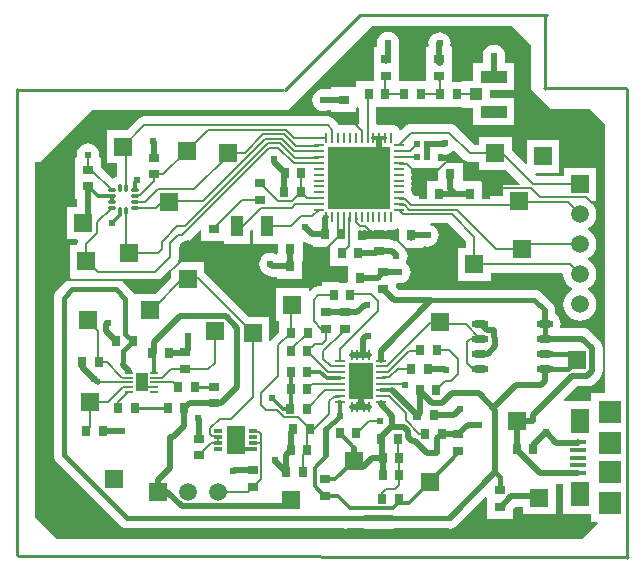
<source format=gtl>
G04 Layer_Physical_Order=1*
G04 Layer_Color=255*
%FSLAX25Y25*%
%MOIN*%
G70*
G01*
G75*
%ADD10R,0.03543X0.03150*%
%ADD11R,0.03150X0.03543*%
%ADD12R,0.04134X0.03937*%
%ADD13R,0.08661X0.04134*%
%ADD14O,0.01181X0.02953*%
%ADD15O,0.02953X0.01181*%
%ADD16O,0.05709X0.02362*%
%ADD17R,0.05315X0.01575*%
%ADD18R,0.07480X0.07480*%
%ADD19R,0.06299X0.08268*%
%ADD20R,0.08000X0.12200*%
%ADD21R,0.03347X0.01102*%
%ADD22R,0.01102X0.03347*%
%ADD23R,0.00984X0.03347*%
%ADD24R,0.02756X0.00787*%
%ADD25R,0.03937X0.06299*%
%ADD26R,0.03100X0.01200*%
%ADD27R,0.06100X0.09400*%
%ADD28R,0.03937X0.07087*%
%ADD29R,0.01968X0.01968*%
%ADD30R,0.20866X0.20866*%
%ADD31O,0.00984X0.03740*%
%ADD32O,0.03740X0.00984*%
%ADD33C,0.02000*%
%ADD34C,0.01600*%
%ADD35C,0.00800*%
%ADD36C,0.01000*%
%ADD37C,0.01800*%
%ADD38C,0.01200*%
%ADD39C,0.01201*%
%ADD40C,0.01221*%
%ADD41R,0.05905X0.05905*%
%ADD42R,0.05905X0.05905*%
%ADD43C,0.05905*%
%ADD44C,0.02400*%
G36*
X475481Y219774D02*
Y215794D01*
X474981Y215559D01*
X474270Y215854D01*
X473356Y215974D01*
X473072D01*
Y216519D01*
X464528D01*
Y215972D01*
X461956D01*
Y218953D01*
X462456Y219247D01*
X463126Y219159D01*
X463907Y219261D01*
X464110Y219345D01*
X464314Y219261D01*
X465095Y219159D01*
X465876Y219261D01*
X466079Y219345D01*
X466282Y219261D01*
X467063Y219159D01*
X467844Y219261D01*
X468047Y219345D01*
X468251Y219261D01*
X469032Y219159D01*
X469813Y219261D01*
X470016Y219345D01*
X470219Y219261D01*
X471000Y219159D01*
X471781Y219261D01*
X471984Y219345D01*
X472188Y219261D01*
X472969Y219159D01*
X473750Y219261D01*
X474477Y219563D01*
X474981Y219949D01*
X475481Y219774D01*
D02*
G37*
G36*
X409685Y219286D02*
Y215581D01*
X417110D01*
Y214557D01*
X426047D01*
Y219011D01*
X426491Y219454D01*
X426953Y219263D01*
Y214557D01*
X435269D01*
Y211572D01*
X435069D01*
Y211411D01*
X434621Y211190D01*
X434566Y211232D01*
X433666Y211605D01*
X432700Y211732D01*
X431734Y211605D01*
X430834Y211232D01*
X430061Y210639D01*
X429468Y209866D01*
X429095Y208966D01*
X428968Y208000D01*
X429095Y207034D01*
X429468Y206134D01*
X430061Y205361D01*
X430834Y204768D01*
X431087Y204663D01*
X431635Y204243D01*
X432486Y203890D01*
X433400Y203770D01*
X433400Y203770D01*
X435069D01*
Y203028D01*
X443219D01*
Y208754D01*
X443419D01*
Y215535D01*
X443881Y215727D01*
X444104Y215504D01*
X444835Y214943D01*
X445686Y214590D01*
X446600Y214470D01*
X446769D01*
Y213728D01*
X452469D01*
Y207428D01*
X458481D01*
Y201921D01*
X449763D01*
Y200622D01*
X448594D01*
X447837Y200522D01*
X447131Y200230D01*
X446525Y199765D01*
X445915Y199154D01*
X445453Y199346D01*
Y199922D01*
X434547D01*
Y189016D01*
X435569D01*
Y185262D01*
X433332Y183024D01*
X432867Y182418D01*
X432865Y182413D01*
X432365Y182513D01*
Y190453D01*
X425596D01*
X410730Y205318D01*
X410653Y205378D01*
Y208653D01*
X402202D01*
X401950Y209153D01*
X402173Y209690D01*
X402273Y210447D01*
Y213842D01*
X403109Y214678D01*
X403212D01*
X403969Y214778D01*
X404674Y215070D01*
X405280Y215535D01*
X409223Y219478D01*
X409685Y219286D01*
D02*
G37*
G36*
X399747Y206057D02*
Y203434D01*
X394466Y198153D01*
X387264D01*
X386825Y198725D01*
X383575Y201975D01*
X383623Y202312D01*
X383678Y202475D01*
X394300D01*
X395057Y202575D01*
X395762Y202867D01*
X396368Y203332D01*
X399285Y206249D01*
X399747Y206057D01*
D02*
G37*
G36*
X519500Y281100D02*
Y266200D01*
X519800D01*
X526200Y259800D01*
X539100D01*
X544200Y254700D01*
Y164898D01*
X539551D01*
Y162339D01*
X530638D01*
X530431Y162839D01*
X534862Y167270D01*
X538331D01*
X539245Y167390D01*
X540096Y167743D01*
X540827Y168304D01*
X542443Y169919D01*
X543004Y170651D01*
X543356Y171502D01*
X543477Y172416D01*
Y179978D01*
X543356Y180892D01*
X543004Y181743D01*
X542443Y182474D01*
X539224Y185693D01*
X538493Y186254D01*
X537641Y186607D01*
X536728Y186727D01*
X529621D01*
X529343Y187143D01*
X529382Y187236D01*
X529508Y188197D01*
X529382Y189158D01*
X529011Y190053D01*
X528421Y190822D01*
X527652Y191412D01*
Y192569D01*
X527532Y193482D01*
X527179Y194334D01*
X526618Y195065D01*
X526005Y195535D01*
X523115Y198425D01*
X522405Y198970D01*
X521578Y199312D01*
X520690Y199429D01*
X487066D01*
X486300Y199530D01*
X475506D01*
X474572Y200465D01*
Y201233D01*
X474582Y201264D01*
X475072Y201651D01*
X475700Y201568D01*
X476666Y201695D01*
X477566Y202068D01*
X478339Y202661D01*
X478932Y203434D01*
X479305Y204334D01*
X479432Y205300D01*
X479305Y206266D01*
X478932Y207166D01*
X478339Y207939D01*
X477650Y208467D01*
X477932Y208834D01*
X478305Y209734D01*
X478432Y210700D01*
X478305Y211666D01*
X477932Y212566D01*
X477822Y212710D01*
X477757Y212865D01*
X477669Y212980D01*
X477890Y213428D01*
X478776D01*
X479556Y213326D01*
X480336Y213428D01*
X483631D01*
Y213663D01*
X484131Y213997D01*
X484134Y213995D01*
X485100Y213868D01*
X486066Y213995D01*
X486966Y214368D01*
X487739Y214961D01*
X488332Y215734D01*
X488705Y216634D01*
X488832Y217600D01*
X488705Y218566D01*
X488332Y219466D01*
X487739Y220239D01*
X486966Y220832D01*
X486066Y221205D01*
X486175Y221675D01*
X491888D01*
X497813Y215750D01*
Y213353D01*
X495286D01*
Y202447D01*
X506191D01*
Y204975D01*
X530071D01*
X530400Y204600D01*
X530588Y203176D01*
X531137Y201850D01*
X532011Y200711D01*
X533093Y199881D01*
X533124Y199600D01*
X533093Y199319D01*
X532011Y198489D01*
X531137Y197350D01*
X530588Y196023D01*
X530400Y194600D01*
X530588Y193176D01*
X531137Y191850D01*
X532011Y190711D01*
X533150Y189837D01*
X534477Y189288D01*
X535900Y189100D01*
X537323Y189288D01*
X538650Y189837D01*
X539789Y190711D01*
X540663Y191850D01*
X541212Y193176D01*
X541400Y194600D01*
X541212Y196023D01*
X540663Y197350D01*
X539789Y198489D01*
X538707Y199319D01*
X538676Y199600D01*
X538707Y199881D01*
X539789Y200711D01*
X540663Y201850D01*
X541212Y203176D01*
X541400Y204600D01*
X541212Y206024D01*
X540663Y207350D01*
X539789Y208489D01*
X538707Y209319D01*
X538676Y209600D01*
X538707Y209881D01*
X539789Y210711D01*
X540663Y211850D01*
X541212Y213176D01*
X541400Y214600D01*
X541212Y216023D01*
X540663Y217350D01*
X539789Y218489D01*
X538707Y219319D01*
X538676Y219600D01*
X538707Y219881D01*
X539789Y220711D01*
X540663Y221850D01*
X541212Y223177D01*
X541400Y224600D01*
X541212Y226024D01*
X540663Y227350D01*
X539789Y228489D01*
X539548Y228674D01*
X539709Y229147D01*
X541353D01*
Y240053D01*
X530447D01*
Y237525D01*
X521512D01*
X521051Y237985D01*
X521243Y238447D01*
X529052D01*
Y249353D01*
X518147D01*
Y241543D01*
X517685Y241352D01*
X513091Y245946D01*
Y250376D01*
X502185D01*
Y247848D01*
X500491D01*
X494429Y253910D01*
X493823Y254375D01*
X493118Y254667D01*
X492360Y254767D01*
X479602D01*
X478845Y254667D01*
X478140Y254375D01*
X477534Y253910D01*
X476275Y252651D01*
X475685Y252768D01*
X475582Y253016D01*
X475103Y253641D01*
X474477Y254121D01*
X473750Y254422D01*
X472969Y254525D01*
X472188Y254422D01*
X471984Y254338D01*
X471781Y254422D01*
X471000Y254525D01*
X470219Y254422D01*
X470016Y254338D01*
X469813Y254422D01*
X469032Y254525D01*
X468520Y254458D01*
X468057Y254795D01*
X468020Y254868D01*
Y260386D01*
X475073D01*
Y260428D01*
X485311D01*
Y260286D01*
X496671D01*
Y260190D01*
X500411D01*
Y254284D01*
X514073D01*
Y263418D01*
X505805D01*
Y265898D01*
X514073D01*
Y275032D01*
X510772D01*
Y276296D01*
X510847Y276476D01*
X510974Y277442D01*
X510847Y278408D01*
X510474Y279308D01*
X509881Y280081D01*
X509108Y280674D01*
X508208Y281047D01*
X507242Y281174D01*
X506276Y281047D01*
X505376Y280674D01*
X504603Y280081D01*
X504010Y279308D01*
X503637Y278408D01*
X503510Y277442D01*
X503637Y276476D01*
X503712Y276296D01*
Y275032D01*
X500411D01*
Y269127D01*
X496671D01*
Y268830D01*
X493272D01*
Y272281D01*
Y280431D01*
X493121D01*
X492744Y280931D01*
X492832Y281600D01*
X492705Y282566D01*
X492332Y283466D01*
X491739Y284239D01*
X490966Y284832D01*
X490066Y285205D01*
X489100Y285332D01*
X488134Y285205D01*
X487234Y284832D01*
X486461Y284239D01*
X485868Y283466D01*
X485495Y282566D01*
X485368Y281600D01*
X485456Y280931D01*
X485100Y280458D01*
X485038Y280431D01*
X484728D01*
Y272281D01*
Y268972D01*
X475672D01*
Y272281D01*
Y280431D01*
X475672Y280431D01*
X475631Y280931D01*
X475732Y281700D01*
X475605Y282666D01*
X475232Y283566D01*
X474639Y284339D01*
X473866Y284932D01*
X472966Y285305D01*
X472000Y285432D01*
X471034Y285305D01*
X470134Y284932D01*
X469361Y284339D01*
X468768Y283566D01*
X468395Y282666D01*
X468268Y281700D01*
X468369Y280931D01*
X468091Y280512D01*
X467980Y280431D01*
X467128D01*
Y272281D01*
Y268930D01*
X461411D01*
Y267414D01*
X461372Y266931D01*
X460911Y266931D01*
X452828D01*
Y266386D01*
X450748D01*
X450400Y266432D01*
X449434Y266305D01*
X448534Y265932D01*
X447761Y265339D01*
X447168Y264566D01*
X446795Y263666D01*
X446668Y262700D01*
X446795Y261734D01*
X447168Y260834D01*
X447761Y260061D01*
X448534Y259468D01*
X449434Y259095D01*
X450400Y258968D01*
X451366Y259095D01*
X451922Y259326D01*
X452828D01*
Y258781D01*
X461372D01*
Y259903D01*
X461395Y260195D01*
X461905Y260297D01*
X462170Y260033D01*
Y254822D01*
X461670Y254458D01*
X461158Y254525D01*
X460377Y254422D01*
X460173Y254338D01*
X459970Y254422D01*
X459189Y254525D01*
X458408Y254422D01*
X458205Y254338D01*
X458002Y254422D01*
X457221Y254525D01*
X456439Y254422D01*
X456236Y254338D01*
X456033Y254422D01*
X455629Y254475D01*
X455352Y254837D01*
X453821Y256368D01*
X453215Y256833D01*
X452509Y257125D01*
X451752Y257225D01*
X390700D01*
X389943Y257125D01*
X389237Y256833D01*
X388632Y256368D01*
X384916Y252653D01*
X378147D01*
Y241747D01*
X381746D01*
Y237315D01*
X381144Y237066D01*
X380498Y236570D01*
X380039Y236540D01*
X376172Y240407D01*
Y243531D01*
X376009D01*
X375570Y244031D01*
X375632Y244500D01*
X375505Y245466D01*
X375132Y246366D01*
X374539Y247139D01*
X373766Y247732D01*
X372866Y248105D01*
X371900Y248232D01*
X370934Y248105D01*
X370034Y247732D01*
X369261Y247139D01*
X368668Y246366D01*
X368295Y245466D01*
X368168Y244500D01*
X368230Y244031D01*
X367791Y243531D01*
X367628D01*
Y235381D01*
Y229869D01*
X368370D01*
Y227175D01*
X364930D01*
Y216270D01*
X368255D01*
X368589Y215770D01*
X368475Y215494D01*
X368375Y214737D01*
Y214363D01*
X365847D01*
Y203458D01*
X366124D01*
X366157Y202958D01*
X365812Y202912D01*
X364985Y202570D01*
X364275Y202025D01*
X361475Y199225D01*
X360930Y198515D01*
X360588Y197688D01*
X360471Y196800D01*
Y144400D01*
X360588Y143512D01*
X360930Y142685D01*
X361475Y141975D01*
X382475Y120975D01*
X383185Y120430D01*
X384012Y120088D01*
X384900Y119971D01*
X456701D01*
X456788Y119935D01*
X457676Y119818D01*
X458563Y119935D01*
X458650Y119971D01*
X463421D01*
X464187Y119870D01*
X473382D01*
X474148Y119971D01*
X491768D01*
X492534Y119870D01*
X493448Y119990D01*
X494299Y120343D01*
X495030Y120904D01*
X504466Y130340D01*
X504928Y130149D01*
Y128581D01*
Y123069D01*
X513472D01*
Y126184D01*
X514357Y127070D01*
X516847D01*
Y124747D01*
X527753D01*
Y134823D01*
X530102D01*
Y124661D01*
X539551D01*
Y122102D01*
X541649D01*
X541841Y121641D01*
X536700Y116500D01*
X361500D01*
X354400Y123600D01*
Y242200D01*
X356200D01*
X373400Y259400D01*
X438800D01*
X466700Y287300D01*
X513300D01*
X519500Y281100D01*
D02*
G37*
G36*
X497211Y242855D02*
X497817Y242390D01*
X498522Y242098D01*
X499279Y241998D01*
X502185D01*
Y239471D01*
X511293D01*
X515887Y234876D01*
X515696Y234414D01*
X510247D01*
Y230625D01*
X503219D01*
Y235772D01*
X496775D01*
Y242472D01*
X488625D01*
X488499Y242919D01*
Y243329D01*
X488545Y243678D01*
Y244675D01*
X489811D01*
X489903Y244637D01*
X490869Y244510D01*
X491835Y244637D01*
X492735Y245010D01*
X493508Y245603D01*
X493692Y245842D01*
X494191Y245875D01*
X497211Y242855D01*
D02*
G37*
G36*
X488499Y240194D02*
X488625Y239746D01*
Y235772D01*
X484937D01*
Y230625D01*
X480707D01*
X479777Y231555D01*
X479825Y231921D01*
X479722Y232702D01*
X479638Y232905D01*
X479722Y233108D01*
X479825Y233889D01*
X479722Y234670D01*
X479638Y234873D01*
X479722Y235076D01*
X479825Y235858D01*
X479722Y236639D01*
X479638Y236842D01*
X479722Y237045D01*
X479825Y237826D01*
X479722Y238607D01*
X479638Y238810D01*
X479722Y239014D01*
X479825Y239795D01*
X479822Y239818D01*
X480152Y240194D01*
X484666D01*
X485015Y240148D01*
X485364Y240194D01*
X488499D01*
D02*
G37*
D10*
X509200Y132656D02*
D03*
Y127144D02*
D03*
X408900Y149756D02*
D03*
Y144244D02*
D03*
X404319Y173144D02*
D03*
Y178656D02*
D03*
X371900Y239456D02*
D03*
Y233944D02*
D03*
X470300Y205256D02*
D03*
Y199744D02*
D03*
X468800Y217956D02*
D03*
Y212444D02*
D03*
X471400Y270844D02*
D03*
Y276356D02*
D03*
X429342Y229438D02*
D03*
Y234949D02*
D03*
X393900Y237944D02*
D03*
Y243456D02*
D03*
X413957Y219656D02*
D03*
Y214144D02*
D03*
X457100Y257344D02*
D03*
Y262856D02*
D03*
X413800Y167128D02*
D03*
Y161616D02*
D03*
X489000Y270844D02*
D03*
Y276356D02*
D03*
X450900Y130744D02*
D03*
Y136256D02*
D03*
X495400Y145744D02*
D03*
Y151256D02*
D03*
X426800Y139256D02*
D03*
Y133744D02*
D03*
X451200Y192056D02*
D03*
Y186544D02*
D03*
X457500Y192056D02*
D03*
Y186544D02*
D03*
D11*
X485256Y173000D02*
D03*
X479744D02*
D03*
X482644Y179400D02*
D03*
X488156D02*
D03*
X483500Y231500D02*
D03*
X489012D02*
D03*
X398791Y178444D02*
D03*
X393279D02*
D03*
X381344Y182300D02*
D03*
X386856D02*
D03*
X488050Y166097D02*
D03*
X482538D02*
D03*
X514844Y146400D02*
D03*
X520356D02*
D03*
X445156Y185200D02*
D03*
X439644D02*
D03*
X439538Y178897D02*
D03*
X445050D02*
D03*
X453838Y197649D02*
D03*
X459349D02*
D03*
X457044Y203375D02*
D03*
X462556D02*
D03*
X456544Y211700D02*
D03*
X462056D02*
D03*
X444856Y213025D02*
D03*
X439344D02*
D03*
X444656Y207300D02*
D03*
X439144D02*
D03*
X456356Y218000D02*
D03*
X450844D02*
D03*
X474044Y217700D02*
D03*
X479556D02*
D03*
X442898Y231942D02*
D03*
X437386D02*
D03*
X504656Y231500D02*
D03*
X499144D02*
D03*
X487188Y238200D02*
D03*
X492700D02*
D03*
X470998Y264658D02*
D03*
X465486D02*
D03*
X443056Y238500D02*
D03*
X437544D02*
D03*
X402044Y166931D02*
D03*
X407556D02*
D03*
X404056Y159944D02*
D03*
X398544D02*
D03*
X376756Y152500D02*
D03*
X371244D02*
D03*
X370044Y175444D02*
D03*
X375556D02*
D03*
X382044Y159944D02*
D03*
X387556D02*
D03*
X475656Y137600D02*
D03*
X470144D02*
D03*
X455844Y151800D02*
D03*
X461356D02*
D03*
X437944Y138600D02*
D03*
X443456D02*
D03*
X439444Y145900D02*
D03*
X444956D02*
D03*
X440244Y153000D02*
D03*
X445756D02*
D03*
X489386Y264558D02*
D03*
X494898D02*
D03*
X482856Y264700D02*
D03*
X477344D02*
D03*
X475256Y149800D02*
D03*
X469744D02*
D03*
X475656Y143400D02*
D03*
X470144D02*
D03*
X489756Y151500D02*
D03*
X484244D02*
D03*
X487250Y157597D02*
D03*
X481738D02*
D03*
X439244Y159800D02*
D03*
X444756D02*
D03*
X470044Y129800D02*
D03*
X475556D02*
D03*
X439444Y172200D02*
D03*
X444956D02*
D03*
X439444Y166474D02*
D03*
X444956D02*
D03*
D12*
X501238Y264658D02*
D03*
D13*
X507242Y270465D02*
D03*
Y258851D02*
D03*
D14*
X384671Y225803D02*
D03*
X382702D02*
D03*
Y233480D02*
D03*
X384671D02*
D03*
D15*
X379848Y226689D02*
D03*
Y228658D02*
D03*
Y230626D02*
D03*
Y232595D02*
D03*
X387525D02*
D03*
Y230626D02*
D03*
Y228658D02*
D03*
Y226689D02*
D03*
D16*
X502665Y188197D02*
D03*
Y183197D02*
D03*
Y178197D02*
D03*
Y173197D02*
D03*
X524122Y188197D02*
D03*
Y183197D02*
D03*
Y178197D02*
D03*
Y173197D02*
D03*
D17*
X535358Y138382D02*
D03*
Y140941D02*
D03*
Y143500D02*
D03*
Y146059D02*
D03*
Y148618D02*
D03*
D18*
X545791Y138776D02*
D03*
Y148224D02*
D03*
Y128343D02*
D03*
Y158657D02*
D03*
D19*
X535752Y131295D02*
D03*
Y155705D02*
D03*
D20*
X462794Y168997D02*
D03*
D21*
X455917Y162100D02*
D03*
Y175880D02*
D03*
Y164068D02*
D03*
Y166037D02*
D03*
Y168006D02*
D03*
Y169974D02*
D03*
Y171942D02*
D03*
Y173911D02*
D03*
X469500Y162100D02*
D03*
Y175880D02*
D03*
Y164068D02*
D03*
Y166037D02*
D03*
Y168006D02*
D03*
Y169974D02*
D03*
Y171942D02*
D03*
Y173911D02*
D03*
D22*
X459772Y160242D02*
D03*
X465665D02*
D03*
X459752Y177750D02*
D03*
X465658D02*
D03*
D23*
X461694Y160297D02*
D03*
X463794D02*
D03*
X463694Y177797D02*
D03*
X461694D02*
D03*
D24*
X385666Y171734D02*
D03*
Y170160D02*
D03*
Y168585D02*
D03*
Y167010D02*
D03*
Y165435D02*
D03*
X393934D02*
D03*
Y167010D02*
D03*
Y168585D02*
D03*
Y170160D02*
D03*
Y171734D02*
D03*
D25*
X389800Y168585D02*
D03*
D26*
X415300Y152300D02*
D03*
Y150300D02*
D03*
Y148300D02*
D03*
Y146300D02*
D03*
X426900D02*
D03*
Y148300D02*
D03*
Y150300D02*
D03*
Y152300D02*
D03*
D27*
X421100Y149300D02*
D03*
D28*
X431421Y220600D02*
D03*
X421579D02*
D03*
D29*
X485015Y248206D02*
D03*
Y243678D02*
D03*
X481669Y248206D02*
D03*
Y243678D02*
D03*
D30*
X462142Y236842D02*
D03*
D31*
X472969Y223554D02*
D03*
X471000D02*
D03*
X469032D02*
D03*
X467063D02*
D03*
X465095D02*
D03*
X463126D02*
D03*
X461158D02*
D03*
X459189D02*
D03*
X457221D02*
D03*
X455252D02*
D03*
X453284D02*
D03*
X451315D02*
D03*
Y250129D02*
D03*
X453284D02*
D03*
X455252D02*
D03*
X457221D02*
D03*
X459189D02*
D03*
X461158D02*
D03*
X463126D02*
D03*
X465095D02*
D03*
X467063D02*
D03*
X469032D02*
D03*
X471000D02*
D03*
X472969D02*
D03*
D32*
X448854Y226015D02*
D03*
Y227983D02*
D03*
Y229952D02*
D03*
Y231921D02*
D03*
Y233889D02*
D03*
Y235858D02*
D03*
Y237826D02*
D03*
Y239795D02*
D03*
Y241763D02*
D03*
Y243732D02*
D03*
Y245700D02*
D03*
Y247669D02*
D03*
X475429D02*
D03*
Y245700D02*
D03*
Y243732D02*
D03*
Y241763D02*
D03*
Y239795D02*
D03*
Y237826D02*
D03*
Y235858D02*
D03*
Y233889D02*
D03*
Y231921D02*
D03*
Y229952D02*
D03*
Y227983D02*
D03*
Y226015D02*
D03*
D33*
X521900Y130600D02*
X522300Y130200D01*
X512895Y130600D02*
X521900D01*
X509439Y127144D02*
X512895Y130600D01*
X509200Y127144D02*
X509439D01*
X531486Y138354D02*
X531515Y138382D01*
X535358D01*
X531968Y148518D02*
X531997Y148546D01*
X535286D01*
X535358Y148618D01*
X474044Y196000D02*
X486300D01*
X470300Y199744D02*
X474044Y196000D01*
X417351Y127247D02*
X417404Y127300D01*
X403249Y127247D02*
X417351D01*
X398296Y132200D02*
X403249Y127247D01*
X395300Y132200D02*
X398296D01*
X395300D02*
Y136200D01*
X402553Y190553D02*
X417881D01*
X421700Y186734D01*
X444300Y220300D02*
X446600Y218000D01*
X450844D01*
Y223307D02*
X451091Y223554D01*
X450844Y218000D02*
Y223307D01*
X433900Y242144D02*
Y243200D01*
Y242144D02*
X437544Y238500D01*
X472000Y276412D02*
Y281700D01*
X471200Y275612D02*
X472000Y276412D01*
X432700Y208000D02*
X433400Y207300D01*
X439144D01*
X439344Y207500D01*
Y213025D01*
X468419Y203375D02*
X470300Y205256D01*
X462556Y203375D02*
X468419D01*
X475656Y205256D02*
X475700Y205300D01*
X470300Y205256D02*
X475656D01*
X479556Y217700D02*
X485000D01*
X485100Y217600D01*
X502665Y188197D02*
X504784Y186078D01*
X507220D01*
Y183642D02*
Y186078D01*
Y183642D02*
X507500Y183362D01*
Y180600D02*
Y183362D01*
X505097Y178197D02*
X507500Y180600D01*
X502665Y178197D02*
X505097D01*
X469500Y176162D02*
Y179200D01*
X486300Y196000D01*
X437386Y238342D02*
X437544Y238500D01*
X437386Y231942D02*
Y238342D01*
X507242Y270465D02*
Y277442D01*
X489058Y274998D02*
X489572Y275512D01*
X437386Y231942D02*
X437586Y232142D01*
X370044Y173656D02*
X373900Y169800D01*
X376756Y152500D02*
X383100D01*
X383100Y152500D01*
X399556Y178444D02*
X404988D01*
X370044Y173656D02*
Y175444D01*
X482538Y165858D02*
X486599Y161797D01*
X482538Y158397D02*
Y165858D01*
Y166097D01*
X394044Y178444D02*
Y182044D01*
X421700Y167200D02*
Y186734D01*
X416188Y161688D02*
X421700Y167200D01*
X404056Y154056D02*
Y159944D01*
X400400Y150400D02*
X404056Y154056D01*
X399100Y150400D02*
X400400D01*
X399100Y140000D02*
Y150400D01*
X395300Y136200D02*
X399100Y140000D01*
X524122Y188197D02*
Y192569D01*
X486599Y161797D02*
X490057D01*
X524122Y183197D02*
X536728D01*
X539947Y179978D01*
X522652Y138354D02*
X531486D01*
X522800Y167600D02*
X524122Y168922D01*
Y173197D01*
X533400Y170800D02*
X538331D01*
X539947Y172416D01*
Y179978D01*
X527982Y148518D02*
X531968D01*
X524600Y151900D02*
X527982Y148518D01*
X455838Y151558D02*
Y151797D01*
X470138Y137606D02*
X470144Y137600D01*
X460669Y142528D02*
Y146727D01*
X481738Y157597D02*
X482538Y158397D01*
X480969Y149024D02*
X484894Y145100D01*
X488244D01*
Y149988D01*
X489756Y151500D01*
X393934Y178334D02*
X394044Y178444D01*
X413788Y161700D02*
X413800Y161688D01*
X405812Y161700D02*
X413788D01*
X404056Y159944D02*
X405812Y161700D01*
X490869Y248242D02*
X490906Y248206D01*
X479556Y216856D02*
Y217700D01*
X413800Y161688D02*
X416188D01*
X463704Y140344D02*
X466685Y143325D01*
X485015Y248206D02*
X490906D01*
X462794Y168997D02*
X465658Y171861D01*
X463741Y177750D02*
X465658D01*
X463694Y177797D02*
X463741Y177750D01*
X461694Y177797D02*
X463694D01*
X459799D02*
X461694D01*
X459752Y177750D02*
X459799Y177797D01*
X463849Y160242D02*
X465665D01*
X463794Y160297D02*
X463849Y160242D01*
X461694Y160297D02*
X463794D01*
X459827D02*
X461694D01*
X459772Y160242D02*
X459827Y160297D01*
X371900Y223240D02*
Y233944D01*
X370382Y221723D02*
X371900Y223240D01*
X485015Y243678D02*
Y248206D01*
X462142Y236842D02*
Y241173D01*
Y236842D02*
X466473Y241173D01*
X469032Y243732D01*
Y250129D01*
X450556Y262856D02*
X457100D01*
X450400Y262700D02*
X450556Y262856D01*
X463694Y177797D02*
Y183106D01*
X464587Y184000D01*
X465300D01*
X462794Y161297D02*
X463794Y160297D01*
X462794Y161297D02*
Y168997D01*
X473300Y153960D02*
Y157440D01*
X469500Y161240D02*
X473300Y157440D01*
X469500Y161240D02*
Y161817D01*
X408900Y149756D02*
Y156400D01*
X408700Y156600D02*
X408900Y156400D01*
X420656Y139256D02*
X426800D01*
X420400Y139000D02*
X420656Y139256D01*
X507548Y160648D02*
X514500Y167600D01*
X522800D01*
X507700Y138566D02*
Y159500D01*
X502300Y164900D02*
X507700Y159500D01*
X490057Y161797D02*
X493160Y164900D01*
X502300D01*
X487250Y157597D02*
X493897D01*
X495900Y159600D01*
X498644Y154500D02*
X502100D01*
X495400Y151256D02*
X498644Y154500D01*
X490000Y151256D02*
X495400D01*
X489756Y151500D02*
X490000Y151256D01*
X451400Y143894D02*
Y152965D01*
X450661Y130744D02*
X450900D01*
X383556Y174364D02*
Y174723D01*
Y174364D02*
X385660Y172260D01*
X492534Y123400D02*
X507700Y138566D01*
X464187Y123400D02*
X473382D01*
X469838Y143697D02*
X470138Y143997D01*
X469466Y143325D02*
X469838Y143697D01*
X466685Y143325D02*
X469466D01*
X470138Y137606D02*
Y143997D01*
X479876Y149024D02*
X480969D01*
X478531Y150369D02*
Y152276D01*
Y150369D02*
X479876Y149024D01*
X477207Y153600D02*
X478531Y152276D01*
X473500Y153600D02*
X477207D01*
X469744Y149800D02*
Y150405D01*
X473300Y153960D01*
X469838Y143697D02*
Y149938D01*
X489058Y274998D02*
Y281558D01*
X489100Y281600D01*
X378044Y188044D02*
X378500Y188500D01*
X378044Y185600D02*
Y188044D01*
Y185600D02*
X381344Y182300D01*
X394044Y182044D02*
X402553Y190553D01*
X405200Y182100D02*
X405200Y182100D01*
X405200Y179537D02*
Y184000D01*
X404319Y178656D02*
X405200Y179537D01*
X417404Y127300D02*
X437469D01*
X439500Y129331D01*
X434100Y142444D02*
X437944Y138600D01*
X434100Y142444D02*
Y142800D01*
X439444Y145900D02*
Y152200D01*
X440244Y153000D01*
X437944Y144400D02*
X439444Y145900D01*
X437944Y138600D02*
Y144400D01*
X451994Y192053D02*
X452094Y191953D01*
X461650D01*
X464097Y194400D01*
X464900D01*
X473298Y166037D02*
X481738Y157597D01*
X485256Y173000D02*
X491000D01*
X491400Y172600D01*
X514844Y146161D02*
X522652Y138354D01*
X514844Y146161D02*
Y146400D01*
Y155544D01*
X515000Y155700D01*
X520244D02*
Y157644D01*
X533400Y170800D01*
X515000Y155700D02*
X520244D01*
X520356Y146400D02*
Y147656D01*
X524600Y151900D01*
X489012Y231500D02*
X494200D01*
X494200Y231500D02*
X498644D01*
X494200Y231500D02*
X494200Y231500D01*
X492700Y233000D02*
Y238200D01*
Y233000D02*
X494200Y231500D01*
X468800Y212444D02*
X473356D01*
X474700Y210700D02*
Y211100D01*
X473356Y212444D02*
X474700Y211100D01*
X462056Y211700D02*
X468056D01*
X468800Y212444D01*
X393600Y248900D02*
X393900Y248600D01*
Y243456D02*
Y248600D01*
X373900Y169800D02*
X375115Y168585D01*
D34*
X507700Y138566D02*
X509200Y137066D01*
Y132656D02*
Y137066D01*
X383556Y174723D02*
Y179000D01*
X386856Y182300D01*
D35*
X382044Y162172D02*
X385307Y165435D01*
X385666D01*
X383069Y170519D02*
X383428Y170160D01*
X385666D01*
X415300Y132200D02*
X425256D01*
X426200Y185200D02*
X426900Y184500D01*
X412044Y173144D02*
X414100Y175200D01*
Y185600D01*
X426900Y163800D02*
Y184500D01*
X461158Y223554D02*
X461534Y223178D01*
X462466Y220584D02*
X464128D01*
X456544Y211700D02*
X459031Y214187D01*
Y223396D02*
X459189Y223554D01*
X445328Y206628D02*
X457700D01*
X444656Y207300D02*
X445328Y206628D01*
X444856Y207500D02*
Y213025D01*
X444656Y207300D02*
X444856Y207500D01*
X445225Y203375D02*
X457044D01*
X444656Y203944D02*
X445225Y203375D01*
X444656Y203944D02*
Y207300D01*
X444856Y213025D02*
X451381D01*
X456356Y218000D01*
X455252Y219104D02*
X456356Y218000D01*
X455252Y219104D02*
Y223554D01*
X457221Y218865D02*
Y223554D01*
X456356Y218000D02*
X457221Y218865D01*
X469631Y168137D02*
X477163D01*
X469500Y168006D02*
X469631Y168137D01*
X429600Y148700D02*
Y151306D01*
X489300Y188600D02*
X489800Y188100D01*
X497762D01*
X442898Y238342D02*
X443056Y238500D01*
X442898Y231942D02*
Y238342D01*
X473788Y217956D02*
X474044Y217700D01*
X468800Y217956D02*
X473788D01*
X475806Y229576D02*
X477619D01*
X475429Y229952D02*
X475806Y229576D01*
X475806Y227607D02*
X477467D01*
X475429Y227984D02*
X475806Y227607D01*
X482856Y264700D02*
X482998Y264558D01*
X489386D01*
X471200Y270100D02*
X471544Y269756D01*
X470998Y264658D02*
X471040Y264700D01*
X477344D01*
X430086Y234098D02*
X435142Y229042D01*
X442898Y231942D02*
X444888Y229952D01*
X435142Y229042D02*
X439998D01*
X481615Y243732D02*
X481669Y243678D01*
X475429Y245700D02*
Y246076D01*
X378144Y175444D02*
X383069Y170519D01*
X382044Y159944D02*
Y162172D01*
X447094Y188897D02*
Y196197D01*
X459349Y197697D02*
X459850Y198197D01*
X497762Y188100D02*
X502665Y183197D01*
X499094D02*
X502665D01*
X498094Y182197D02*
X499094Y183197D01*
X498094Y175197D02*
Y182197D01*
Y175197D02*
X500094Y173197D01*
X502665D01*
X371800Y189300D02*
X375369Y185731D01*
X489058Y269486D02*
X489114Y269542D01*
X372600Y153856D02*
Y162100D01*
X371244Y152500D02*
X372600Y153856D01*
X494898Y264558D02*
X501138D01*
X501238Y264658D01*
X444888Y229952D02*
X448854D01*
X439998Y229042D02*
X442898Y231942D01*
X448594Y197697D02*
X453838D01*
X375556Y175444D02*
X378144D01*
X375369D02*
X375556D01*
X475350Y144297D02*
X475650Y143997D01*
X475350Y144297D02*
Y148997D01*
X461356Y151800D02*
X461700D01*
X475650Y134450D02*
Y143997D01*
X482400Y151500D02*
X484244D01*
X478000Y155900D02*
X482400Y151500D01*
X478000Y155900D02*
Y158365D01*
X472296Y164068D02*
X478000Y158365D01*
X469500Y164068D02*
X472296D01*
X447094Y196197D02*
X448594Y197697D01*
X455600Y163751D02*
X455917Y164068D01*
X453789Y163751D02*
X455600D01*
X452317Y162280D02*
X453789Y163751D01*
X447200Y153000D02*
X452317Y158117D01*
Y162280D01*
X415244Y148244D02*
X415300Y148300D01*
Y150300D01*
X426900Y152300D02*
X427200Y152000D01*
X428906D01*
X429600Y151306D01*
X426900Y148300D02*
X429200D01*
X429600Y148700D01*
X415300Y150300D02*
Y150600D01*
X412650Y151244D02*
X413294Y150600D01*
X412650Y151244D02*
Y153356D01*
X475429Y226015D02*
X476844Y224600D01*
X477467Y227607D02*
X478874Y226200D01*
X477619Y229576D02*
X479495Y227700D01*
X476844Y224600D02*
X493100D01*
X478874Y226200D02*
X494800D01*
X375369Y175444D02*
Y185731D01*
X445156Y185200D02*
X446138Y184218D01*
X439644Y185200D02*
Y194113D01*
X440000Y194469D01*
X439538Y179582D02*
X445156Y185200D01*
X435400Y170591D02*
Y180956D01*
X429700Y164891D02*
X435400Y170591D01*
Y180956D02*
X439644Y185200D01*
X413294Y150600D02*
X415300D01*
X429700Y160900D02*
Y164891D01*
Y160900D02*
X431300Y159300D01*
X429342Y234098D02*
X430086D01*
X456794Y185394D02*
Y186441D01*
X450400Y179000D02*
X456794Y185394D01*
X450400Y176400D02*
Y179000D01*
X383610Y167010D02*
X385666D01*
X378700Y162100D02*
X383610Y167010D01*
X372600Y162100D02*
X378700D01*
X399500Y173144D02*
X412044D01*
X393934Y170160D02*
X396516D01*
X399500Y173144D01*
X400391Y168585D02*
X402044Y166931D01*
X461158Y221893D02*
X462466Y220584D01*
X461158Y221893D02*
Y223554D01*
X423349Y229438D02*
X429342D01*
X413900Y219989D02*
X423349Y229438D01*
X413900Y219656D02*
Y219989D01*
X431421Y220600D02*
X439509D01*
X442809Y223900D01*
X446739D01*
X448854Y226015D01*
X421579Y220600D02*
X423500D01*
X429663Y226763D01*
X439840D01*
X441061Y227984D01*
X448854D01*
X431787Y248300D02*
X436013D01*
X440957Y243355D01*
X448478D01*
X448854Y243732D01*
X440734Y245700D02*
X448854D01*
X436634Y249800D02*
X440734Y245700D01*
X431000Y249800D02*
X436634D01*
X430379Y251300D02*
X437255D01*
X441263Y247292D01*
X448478D01*
X448854Y247669D01*
X440428Y241763D02*
X448854D01*
X435391Y246800D02*
X440428Y241763D01*
X432409Y246800D02*
X435391D01*
X403700Y203250D02*
X408662D01*
X426912Y185000D01*
X393150Y192700D02*
X403700Y203250D01*
X371300Y209211D02*
Y214737D01*
X375053Y218490D01*
X371300Y209211D02*
X375111Y205400D01*
X401897Y217603D02*
X403212D01*
X399347Y215053D02*
X401897Y217603D01*
X399347Y210447D02*
Y215053D01*
X394300Y205400D02*
X399347Y210447D01*
X375111Y205400D02*
X394300D01*
X401706Y220706D02*
X404194D01*
X405200Y213200D02*
X413013D01*
X413957Y214144D01*
X403700Y213400D02*
X404444Y214144D01*
X392500Y192700D02*
X393150D01*
X375053Y221894D02*
X379848Y226689D01*
X375053Y218490D02*
Y221894D01*
X384671Y212741D02*
Y225803D01*
Y212741D02*
X385600Y211811D01*
X395311D01*
X396500Y213000D01*
Y215500D01*
X401706Y220706D01*
X398800Y228700D02*
X399150Y229050D01*
X396700Y228700D02*
X398800D01*
X394689Y226689D02*
X396700Y228700D01*
X387525Y226689D02*
X394689D01*
X403212Y217603D02*
X432409Y246800D01*
X404194Y220706D02*
X431787Y248300D01*
X410250Y229050D02*
X431000Y249800D01*
X399150Y229050D02*
X410250D01*
X387525Y228658D02*
X390872D01*
X395267Y233053D01*
X407400D01*
X387525Y230626D02*
X387803Y230904D01*
X389111D01*
X393900Y235693D01*
Y237944D01*
X372986Y239456D02*
X379848Y232595D01*
X371900Y239456D02*
X372986D01*
X384671Y233480D02*
Y246129D01*
X383600Y247200D02*
X384671Y246129D01*
X407400Y233053D02*
X418512Y244165D01*
Y245200D01*
X424279D02*
X430379Y251300D01*
X418512Y245200D02*
X424279D01*
X437876Y252800D02*
X440547Y250129D01*
X411800Y252800D02*
X437876D01*
X404800Y245800D02*
X411800Y252800D01*
X440547Y250129D02*
X451315D01*
X396944Y237944D02*
X404800Y245800D01*
X393900Y237944D02*
X396944D01*
X453284Y250129D02*
Y252769D01*
X451752Y254300D02*
X453284Y252769D01*
X390700Y254300D02*
X451752D01*
X383600Y247200D02*
X390700Y254300D01*
X371900Y239456D02*
Y244500D01*
X459031Y214187D02*
Y223396D01*
X464128Y220584D02*
X466756Y217956D01*
X468800D01*
X493100Y224600D02*
X500738Y216962D01*
Y207900D02*
Y216962D01*
Y207900D02*
X532600D01*
X535900Y204600D01*
X518300Y214600D02*
X535900D01*
X516700Y213000D02*
X518300Y214600D01*
X508000Y213000D02*
X516700D01*
X494800Y226200D02*
X508000Y213000D01*
X479495Y227700D02*
X514438D01*
X515700Y228962D01*
X475429Y245700D02*
X479163D01*
X481669Y248206D01*
X520300Y234600D02*
X535900D01*
X475429Y243732D02*
X481615D01*
X492360Y251842D02*
X499279Y244923D01*
X507638D01*
X509977D01*
X520300Y234600D01*
X531753Y228747D02*
X535900Y224600D01*
X515700Y228962D02*
X515914Y228747D01*
X531753D01*
X538031Y230247D02*
X539789Y228489D01*
X522531Y230247D02*
X538031D01*
X519464Y233314D02*
X522531Y230247D01*
X505970Y233314D02*
X519464D01*
X474044Y216456D02*
X474600Y215900D01*
X474044Y216456D02*
Y217700D01*
X360500Y202700D02*
X396400D01*
X403200Y209500D01*
X463126Y250129D02*
Y252418D01*
X470998Y264658D02*
Y269898D01*
X471200Y270100D01*
X489386Y264558D02*
Y269158D01*
X489058Y269486D02*
X489386Y269158D01*
X458200Y257344D02*
X463126Y252418D01*
X457100Y257344D02*
X458200D01*
X465095Y250129D02*
Y264361D01*
X465439Y264705D02*
X465486Y264658D01*
X465095Y264361D02*
X465439Y264705D01*
X465600Y155700D02*
X469100D01*
X461700Y151800D02*
X465600Y155700D01*
X412650Y153356D02*
X415794Y156500D01*
X419600D01*
X426900Y163800D01*
X408900Y144244D02*
X409044D01*
X413044Y148244D01*
X415244D01*
X470044Y128500D02*
Y131744D01*
X471300Y133000D01*
X474200D01*
X475650Y134450D01*
X447094Y188897D02*
X449446Y186544D01*
X451200D01*
X445050Y178897D02*
X447553Y181400D01*
X449800D01*
X451200Y182800D01*
Y186544D01*
X450400Y176400D02*
X452889Y173911D01*
X455917D01*
X445050Y178897D02*
X452004Y171942D01*
X455917D01*
X429600Y137154D02*
X429672Y137225D01*
Y141286D01*
X429600Y141358D02*
X429672Y141286D01*
X429600Y141358D02*
Y148700D01*
X425256Y132200D02*
X426800Y133744D01*
X429600Y136544D01*
Y137154D01*
X443456Y138600D02*
Y144400D01*
X444956Y145900D01*
Y152200D01*
X445756Y153000D01*
X447200D01*
X441827Y156928D02*
X445756Y153000D01*
X437214Y156928D02*
X441827D01*
X434842Y159300D02*
X437214Y156928D01*
X431300Y159300D02*
X434842D01*
X444756Y159800D02*
X450993Y166037D01*
X455917D01*
X446487Y168006D02*
X455917D01*
X444956Y166474D02*
X446487Y168006D01*
X455917Y175880D02*
Y179717D01*
X468600Y192400D01*
X466194Y198197D02*
X468600Y195791D01*
X459850Y198197D02*
X466194D01*
X468600Y192400D02*
Y195791D01*
X486400Y188600D02*
X489300D01*
X469500Y171942D02*
X471943D01*
X479000Y179000D02*
X482244D01*
X482644Y179400D01*
X469500Y173911D02*
X471711D01*
X486400Y188600D01*
X471943Y171942D02*
X479000Y179000D01*
X477600Y167700D02*
Y168130D01*
X477163Y168137D02*
X477600Y167700D01*
X475121Y173000D02*
X479744D01*
X472413Y170291D02*
X475121Y173000D01*
X469817Y170291D02*
X472413D01*
X469500Y169974D02*
X469817Y170291D01*
X488156Y179400D02*
X492300D01*
X495200Y176500D01*
Y171309D02*
Y176500D01*
X492891Y169000D02*
X495200Y171309D01*
X490953Y169000D02*
X492891D01*
X488050Y166097D02*
X490953Y169000D01*
X504156Y231500D02*
X505970Y233314D01*
X504156Y231500D02*
Y234844D01*
X496900Y242100D02*
X504156Y234844D01*
X491088Y242100D02*
X496900D01*
X487188Y238200D02*
X491088Y242100D01*
X481586Y238200D02*
X487188D01*
X478399Y241387D02*
X481586Y238200D01*
X475806Y241387D02*
X478399D01*
X475429Y241763D02*
X475806Y241387D01*
X483500Y231500D02*
Y236286D01*
X481586Y238200D02*
X483500Y236286D01*
X477800Y212700D02*
Y213091D01*
X474600Y215900D02*
X474991D01*
X477800Y213091D01*
X475429Y247669D02*
X479602Y251842D01*
X492360D01*
X393934Y168585D02*
X400391D01*
X375115D02*
X385666D01*
X391375Y167010D02*
X393934D01*
D36*
X387556Y159944D02*
Y159944D01*
X407556Y166944D02*
X407812Y167200D01*
X399556Y178444D02*
Y178444D01*
X387556Y159944D02*
X398544D01*
X407812Y167200D02*
X413800D01*
X389800Y168585D02*
X391375Y167010D01*
X437600Y266200D02*
X462500Y291100D01*
X463000D02*
X524900D01*
X524400Y266400D02*
Y290500D01*
X524000Y266600D02*
X551400D01*
X551700Y110100D02*
Y266500D01*
X348500Y110801D02*
X551800Y110400D01*
X348300Y111000D02*
Y266400D01*
X348200Y266000D02*
X436800D01*
D37*
X524122Y183197D02*
Y188197D01*
Y178197D02*
X532994D01*
X534994Y176197D01*
X531994Y173197D02*
X534994Y176197D01*
X384400Y184756D02*
Y196300D01*
X381100Y199600D02*
X384400Y196300D01*
X366700Y199600D02*
X381100D01*
X363900Y196800D02*
X366700Y199600D01*
X363900Y144400D02*
Y196800D01*
X486300Y196000D02*
X520690D01*
X524122Y192569D01*
Y173197D02*
X531994D01*
X457676Y123247D02*
X457728Y123300D01*
X451400Y152965D02*
X455917Y157483D01*
X363900Y144400D02*
X384900Y123400D01*
X473382D02*
X492534D01*
X384900D02*
X464187D01*
X384400Y184756D02*
X386856Y182300D01*
D38*
X455838Y151558D02*
X460669Y146727D01*
X424100Y146300D02*
X426900D01*
X450900Y136256D02*
X454396D01*
X460669Y142528D01*
X421100Y149300D02*
X424100Y146300D01*
X379848Y228658D02*
Y230626D01*
X375218D02*
X379848D01*
X371900Y233944D02*
X375218Y230626D01*
X382702Y224302D02*
Y225803D01*
X380000Y221600D02*
X382702Y224302D01*
X387525Y232595D02*
Y235325D01*
X388400Y236200D01*
X467063Y250129D02*
X469032D01*
X470777D01*
X455917Y157483D02*
Y158820D01*
X447428Y139922D02*
X451400Y143894D01*
X447428Y133977D02*
X450661Y130744D01*
X447428Y133977D02*
Y139922D01*
X455917Y158820D02*
X455917Y158820D01*
X455917Y158820D02*
Y162051D01*
X455600D02*
X455917D01*
X495400Y144900D02*
Y145744D01*
X486000Y135500D02*
X495400Y144900D01*
X479000Y128500D02*
X486000Y135500D01*
X450900Y130744D02*
X455356D01*
X475229Y128500D02*
X479000D01*
X473429Y126700D02*
X475229Y128500D01*
X459400Y126700D02*
X473429D01*
X455356Y130744D02*
X459400Y126700D01*
X439244Y159800D02*
X439444Y160000D01*
X436900Y159800D02*
X439244D01*
X433300Y163400D02*
X436900Y159800D01*
X444956Y172200D02*
X449342D01*
X451568Y169974D01*
X455917D01*
X439444Y166474D02*
Y172200D01*
Y160000D02*
Y166474D01*
D39*
X393934Y172094D02*
Y178334D01*
D40*
X469500Y166037D02*
X473298D01*
D41*
X422600Y201562D02*
D03*
X534994Y176197D02*
D03*
X515700Y228962D02*
D03*
X426912Y185000D02*
D03*
X414100Y185600D02*
D03*
X392500Y192700D02*
D03*
X371300Y208911D02*
D03*
X372600Y162100D02*
D03*
X398800Y228700D02*
D03*
X371800Y189300D02*
D03*
X489300Y188669D02*
D03*
X385600Y211811D02*
D03*
X418512Y245200D02*
D03*
X383600Y247200D02*
D03*
X404800Y245800D02*
D03*
X507638Y244923D02*
D03*
X515000Y155869D02*
D03*
X440000Y194469D02*
D03*
X380600Y136500D02*
D03*
X370382Y221723D02*
D03*
X522300Y130200D02*
D03*
X395300Y132200D02*
D03*
X460669Y142528D02*
D03*
X486000Y135500D02*
D03*
D42*
X516700Y213000D02*
D03*
X405200Y203200D02*
D03*
X500738Y207900D02*
D03*
X439500Y129331D02*
D03*
X535900Y234600D02*
D03*
X523600Y243900D02*
D03*
D43*
X405200Y213200D02*
D03*
X415300Y132200D02*
D03*
X405300D02*
D03*
X535900Y194600D02*
D03*
Y244600D02*
D03*
Y224600D02*
D03*
Y214600D02*
D03*
Y204600D02*
D03*
D44*
X444300Y220300D02*
D03*
X433900Y243200D02*
D03*
X472000Y281700D02*
D03*
X432700Y208000D02*
D03*
X475700Y205300D02*
D03*
X485100Y217600D02*
D03*
X507242Y277442D02*
D03*
X373900Y169800D02*
D03*
X489100Y281600D02*
D03*
X383100Y152500D02*
D03*
X378500Y188500D02*
D03*
X524600Y151900D02*
D03*
X490869Y248242D02*
D03*
X371900Y244500D02*
D03*
X380000Y221600D02*
D03*
X388400Y236200D02*
D03*
X450400Y262700D02*
D03*
X465300Y184000D02*
D03*
X469100Y155700D02*
D03*
X408700Y156600D02*
D03*
X420400Y139000D02*
D03*
X502100Y154500D02*
D03*
X495900Y159600D02*
D03*
X455917Y157483D02*
D03*
X433300Y163400D02*
D03*
X405200Y184000D02*
D03*
X434100Y142800D02*
D03*
X464900Y194400D02*
D03*
X491400Y172600D02*
D03*
X477600Y167700D02*
D03*
X494200Y231500D02*
D03*
X474700Y210700D02*
D03*
X393600Y248900D02*
D03*
X462794Y168997D02*
D03*
X389800Y168685D02*
D03*
X421200Y147500D02*
D03*
X421100Y151200D02*
D03*
X455911Y242372D02*
D03*
X462142Y242572D02*
D03*
X468073Y242473D02*
D03*
X456011Y236842D02*
D03*
X462142D02*
D03*
X468073D02*
D03*
X456011Y230811D02*
D03*
X462142Y230711D02*
D03*
X468173D02*
D03*
M02*

</source>
